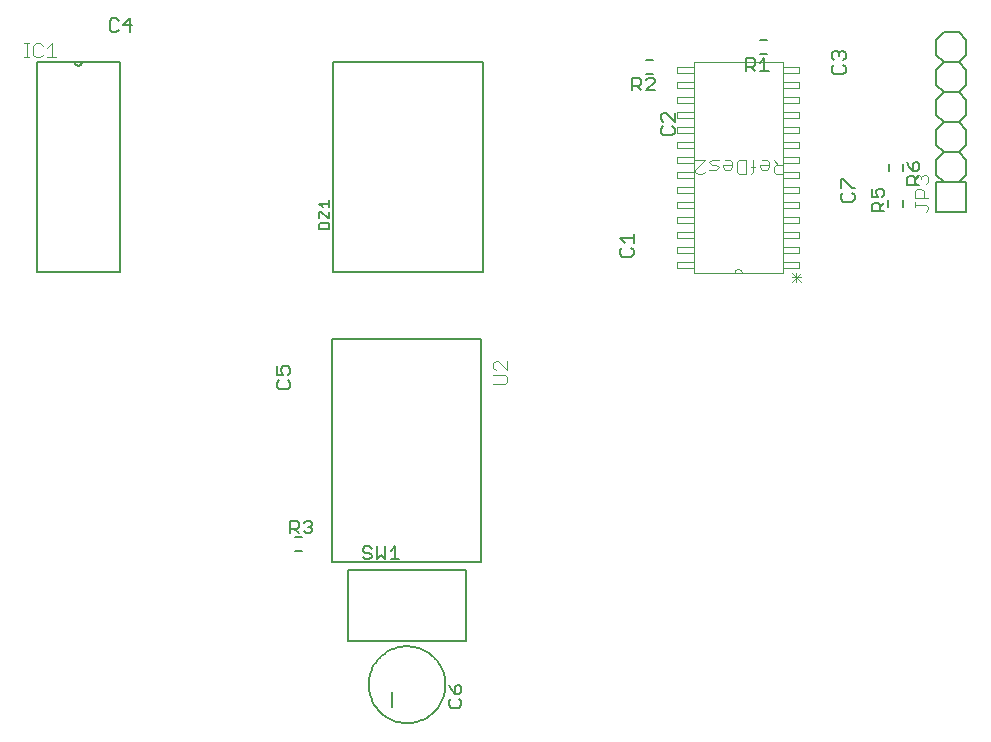
<source format=gto>
G75*
G70*
%OFA0B0*%
%FSLAX24Y24*%
%IPPOS*%
%LPD*%
%AMOC8*
5,1,8,0,0,1.08239X$1,22.5*
%
%ADD10C,0.0060*%
%ADD11C,0.0080*%
%ADD12C,0.0040*%
%ADD13C,0.0000*%
%ADD14C,0.0030*%
%ADD15C,0.0050*%
D10*
X016889Y009369D02*
X017125Y009369D01*
X017125Y009841D02*
X016889Y009841D01*
X018188Y018688D02*
X018188Y025672D01*
X023172Y025672D01*
X023172Y018688D01*
X018188Y018688D01*
X018050Y020105D02*
X017710Y020105D01*
X017710Y020275D01*
X017766Y020332D01*
X017993Y020332D01*
X018050Y020275D01*
X018050Y020105D01*
X018050Y020473D02*
X018050Y020700D01*
X018050Y020842D02*
X018050Y021069D01*
X018050Y020955D02*
X017710Y020955D01*
X017823Y020842D01*
X017766Y020700D02*
X017993Y020473D01*
X018050Y020473D01*
X017710Y020473D02*
X017710Y020700D01*
X017766Y020700D01*
X028617Y025286D02*
X028853Y025286D01*
X028853Y025759D02*
X028617Y025759D01*
X032412Y025936D02*
X032649Y025936D01*
X032649Y026408D02*
X032412Y026408D01*
X036694Y022298D02*
X036694Y022062D01*
X037166Y022062D02*
X037166Y022298D01*
X037156Y021097D02*
X037156Y020861D01*
X036684Y020861D02*
X036684Y021097D01*
D11*
X016747Y010391D02*
X016747Y009970D01*
X016747Y010110D02*
X016957Y010110D01*
X017027Y010180D01*
X017027Y010320D01*
X016957Y010391D01*
X016747Y010391D01*
X016887Y010110D02*
X017027Y009970D01*
X017207Y010040D02*
X017277Y009970D01*
X017417Y009970D01*
X017487Y010040D01*
X017487Y010110D01*
X017417Y010180D01*
X017347Y010180D01*
X017417Y010180D02*
X017487Y010250D01*
X017487Y010320D01*
X017417Y010391D01*
X017277Y010391D01*
X017207Y010320D01*
X019177Y009468D02*
X019177Y009398D01*
X019247Y009328D01*
X019387Y009328D01*
X019457Y009258D01*
X019457Y009188D01*
X019387Y009118D01*
X019247Y009118D01*
X019177Y009188D01*
X019177Y009468D02*
X019247Y009538D01*
X019387Y009538D01*
X019457Y009468D01*
X019637Y009538D02*
X019637Y009118D01*
X019777Y009258D01*
X019917Y009118D01*
X019917Y009538D01*
X020097Y009398D02*
X020238Y009538D01*
X020238Y009118D01*
X020378Y009118D02*
X020097Y009118D01*
X019361Y004928D02*
X019363Y004999D01*
X019369Y005070D01*
X019379Y005141D01*
X019393Y005210D01*
X019410Y005279D01*
X019432Y005347D01*
X019457Y005414D01*
X019486Y005479D01*
X019518Y005542D01*
X019554Y005604D01*
X019593Y005663D01*
X019636Y005720D01*
X019681Y005775D01*
X019730Y005827D01*
X019781Y005876D01*
X019835Y005922D01*
X019892Y005966D01*
X019950Y006006D01*
X020011Y006042D01*
X020074Y006076D01*
X020139Y006105D01*
X020205Y006131D01*
X020273Y006154D01*
X020341Y006172D01*
X020411Y006187D01*
X020481Y006198D01*
X020552Y006205D01*
X020623Y006208D01*
X020694Y006207D01*
X020765Y006202D01*
X020836Y006193D01*
X020906Y006180D01*
X020975Y006164D01*
X021043Y006143D01*
X021110Y006119D01*
X021176Y006091D01*
X021239Y006059D01*
X021301Y006024D01*
X021361Y005986D01*
X021419Y005944D01*
X021474Y005900D01*
X021527Y005852D01*
X021577Y005801D01*
X021624Y005748D01*
X021668Y005692D01*
X021709Y005634D01*
X021747Y005573D01*
X021781Y005511D01*
X021811Y005446D01*
X021838Y005381D01*
X021862Y005313D01*
X021881Y005245D01*
X021897Y005176D01*
X021909Y005105D01*
X021917Y005035D01*
X021921Y004964D01*
X021921Y004892D01*
X021917Y004821D01*
X021909Y004751D01*
X021897Y004680D01*
X021881Y004611D01*
X021862Y004543D01*
X021838Y004475D01*
X021811Y004410D01*
X021781Y004345D01*
X021747Y004283D01*
X021709Y004222D01*
X021668Y004164D01*
X021624Y004108D01*
X021577Y004055D01*
X021527Y004004D01*
X021474Y003956D01*
X021419Y003912D01*
X021361Y003870D01*
X021301Y003832D01*
X021239Y003797D01*
X021176Y003765D01*
X021110Y003737D01*
X021043Y003713D01*
X020975Y003692D01*
X020906Y003676D01*
X020836Y003663D01*
X020765Y003654D01*
X020694Y003649D01*
X020623Y003648D01*
X020552Y003651D01*
X020481Y003658D01*
X020411Y003669D01*
X020341Y003684D01*
X020273Y003702D01*
X020205Y003725D01*
X020139Y003751D01*
X020074Y003780D01*
X020011Y003814D01*
X019950Y003850D01*
X019892Y003890D01*
X019835Y003934D01*
X019781Y003980D01*
X019730Y004029D01*
X019681Y004081D01*
X019636Y004136D01*
X019593Y004193D01*
X019554Y004252D01*
X019518Y004314D01*
X019486Y004377D01*
X019457Y004442D01*
X019432Y004509D01*
X019410Y004577D01*
X019393Y004646D01*
X019379Y004715D01*
X019369Y004786D01*
X019363Y004857D01*
X019361Y004928D01*
X020141Y004678D02*
X020141Y004178D01*
X022030Y004238D02*
X022100Y004168D01*
X022381Y004168D01*
X022451Y004238D01*
X022451Y004378D01*
X022381Y004448D01*
X022381Y004628D02*
X022451Y004698D01*
X022451Y004839D01*
X022381Y004909D01*
X022311Y004909D01*
X022240Y004839D01*
X022240Y004628D01*
X022381Y004628D01*
X022240Y004628D02*
X022100Y004769D01*
X022030Y004909D01*
X022100Y004448D02*
X022030Y004378D01*
X022030Y004238D01*
X011067Y018677D02*
X008293Y018677D01*
X008293Y025683D01*
X011067Y025683D01*
X011067Y018677D01*
X009798Y025683D02*
X009796Y025663D01*
X009791Y025643D01*
X009782Y025624D01*
X009770Y025607D01*
X009756Y025593D01*
X009739Y025581D01*
X009720Y025572D01*
X009700Y025567D01*
X009680Y025565D01*
X009660Y025567D01*
X009640Y025572D01*
X009621Y025581D01*
X009604Y025593D01*
X009590Y025607D01*
X009578Y025624D01*
X009569Y025643D01*
X009564Y025663D01*
X009562Y025683D01*
X028154Y025158D02*
X028154Y024738D01*
X028154Y024878D02*
X028365Y024878D01*
X028435Y024948D01*
X028435Y025088D01*
X028365Y025158D01*
X028154Y025158D01*
X028294Y024878D02*
X028435Y024738D01*
X028615Y024738D02*
X028895Y025018D01*
X028895Y025088D01*
X028825Y025158D01*
X028685Y025158D01*
X028615Y025088D01*
X028615Y024738D02*
X028895Y024738D01*
X031950Y025387D02*
X031950Y025807D01*
X032160Y025807D01*
X032230Y025737D01*
X032230Y025597D01*
X032160Y025527D01*
X031950Y025527D01*
X032090Y025527D02*
X032230Y025387D01*
X032410Y025387D02*
X032690Y025387D01*
X032550Y025387D02*
X032550Y025807D01*
X032410Y025667D01*
X036135Y021460D02*
X036135Y021180D01*
X036345Y021180D01*
X036275Y021320D01*
X036275Y021390D01*
X036345Y021460D01*
X036485Y021460D01*
X036555Y021390D01*
X036555Y021250D01*
X036485Y021180D01*
X036555Y020999D02*
X036415Y020859D01*
X036415Y020929D02*
X036415Y020719D01*
X036555Y020719D02*
X036135Y020719D01*
X036135Y020929D01*
X036205Y020999D01*
X036345Y020999D01*
X036415Y020929D01*
X037295Y021599D02*
X037295Y021809D01*
X037365Y021879D01*
X037505Y021879D01*
X037575Y021809D01*
X037575Y021599D01*
X037715Y021599D02*
X037295Y021599D01*
X037575Y021739D02*
X037715Y021879D01*
X037645Y022060D02*
X037505Y022060D01*
X037505Y022270D01*
X037575Y022340D01*
X037645Y022340D01*
X037715Y022270D01*
X037715Y022130D01*
X037645Y022060D01*
X037505Y022060D02*
X037365Y022200D01*
X037295Y022340D01*
X038286Y022430D02*
X038286Y021930D01*
X038536Y021680D01*
X038286Y021680D01*
X038286Y020680D01*
X039286Y020680D01*
X039286Y021680D01*
X039036Y021680D01*
X038536Y021680D01*
X039036Y021680D02*
X039286Y021930D01*
X039286Y022430D01*
X039036Y022680D01*
X038536Y022680D01*
X038286Y022930D01*
X038286Y023430D01*
X038536Y023680D01*
X039036Y023680D01*
X039286Y023430D01*
X039286Y022930D01*
X039036Y022680D01*
X038536Y022680D02*
X038286Y022430D01*
X038536Y023680D02*
X038286Y023930D01*
X038286Y024430D01*
X038536Y024680D01*
X039036Y024680D01*
X039286Y024430D01*
X039286Y023930D01*
X039036Y023680D01*
X039036Y024680D02*
X039286Y024930D01*
X039286Y025430D01*
X039036Y025680D01*
X038536Y025680D01*
X038286Y025930D01*
X038286Y026430D01*
X038536Y026680D01*
X039036Y026680D01*
X039286Y026430D01*
X039286Y025930D01*
X039036Y025680D01*
X038536Y025680D02*
X038286Y025430D01*
X038286Y024930D01*
X038536Y024680D01*
D12*
X037940Y021928D02*
X038016Y021851D01*
X038016Y021698D01*
X037940Y021621D01*
X037786Y021774D02*
X037786Y021851D01*
X037863Y021928D01*
X037940Y021928D01*
X037786Y021851D02*
X037709Y021928D01*
X037633Y021928D01*
X037556Y021851D01*
X037556Y021698D01*
X037633Y021621D01*
X037633Y021467D02*
X037786Y021467D01*
X037863Y021391D01*
X037863Y021160D01*
X038016Y021160D02*
X037556Y021160D01*
X037556Y021391D01*
X037633Y021467D01*
X037556Y021007D02*
X037556Y020853D01*
X037556Y020930D02*
X037940Y020930D01*
X038016Y020853D01*
X038016Y020777D01*
X037940Y020700D01*
X023975Y015720D02*
X023975Y015413D01*
X023668Y015720D01*
X023591Y015720D01*
X023515Y015643D01*
X023515Y015490D01*
X023591Y015413D01*
X023515Y015259D02*
X023898Y015259D01*
X023975Y015183D01*
X023975Y015029D01*
X023898Y014952D01*
X023515Y014952D01*
X008953Y025846D02*
X008646Y025846D01*
X008800Y025846D02*
X008800Y026306D01*
X008646Y026153D01*
X008493Y026229D02*
X008416Y026306D01*
X008263Y026306D01*
X008186Y026229D01*
X008186Y025922D01*
X008263Y025846D01*
X008416Y025846D01*
X008493Y025922D01*
X008033Y025846D02*
X007879Y025846D01*
X007956Y025846D02*
X007956Y026306D01*
X007879Y026306D02*
X008033Y026306D01*
D13*
X029650Y025530D02*
X029650Y025330D01*
X030200Y025330D01*
X030200Y025530D01*
X029650Y025530D01*
X030200Y025700D02*
X030200Y018660D01*
X031560Y018660D01*
X031800Y018660D01*
X033160Y018660D01*
X033160Y025700D01*
X030200Y025700D01*
X030200Y025030D02*
X029650Y025030D01*
X029650Y024830D01*
X030200Y024830D01*
X030200Y025030D01*
X030200Y024530D02*
X029650Y024530D01*
X029650Y024330D01*
X030200Y024330D01*
X030200Y024530D01*
X030200Y024030D02*
X029650Y024030D01*
X029650Y023830D01*
X030200Y023830D01*
X030200Y024030D01*
X030200Y023530D02*
X029650Y023530D01*
X029650Y023330D01*
X030200Y023330D01*
X030200Y023530D01*
X030200Y023030D02*
X029650Y023030D01*
X029650Y022830D01*
X030200Y022830D01*
X030200Y023030D01*
X030200Y022530D02*
X029650Y022530D01*
X029650Y022330D01*
X030200Y022330D01*
X030200Y022530D01*
X030200Y022030D02*
X029650Y022030D01*
X029650Y021830D01*
X030200Y021830D01*
X030200Y022030D01*
X030200Y021530D02*
X029650Y021530D01*
X029650Y021330D01*
X030200Y021330D01*
X030200Y021530D01*
X030200Y021030D02*
X029650Y021030D01*
X029650Y020830D01*
X030200Y020830D01*
X030200Y021030D01*
X030200Y020530D02*
X029650Y020530D01*
X029650Y020330D01*
X030200Y020330D01*
X030200Y020530D01*
X030200Y020030D02*
X029650Y020030D01*
X029650Y019830D01*
X030200Y019830D01*
X030200Y020030D01*
X030200Y019530D02*
X029650Y019530D01*
X029650Y019330D01*
X030200Y019330D01*
X030200Y019530D01*
X030200Y019030D02*
X029650Y019030D01*
X029650Y018830D01*
X030200Y018830D01*
X030200Y019030D01*
X031560Y018660D02*
X031562Y018681D01*
X031567Y018701D01*
X031576Y018720D01*
X031588Y018737D01*
X031603Y018752D01*
X031620Y018764D01*
X031639Y018773D01*
X031659Y018778D01*
X031680Y018780D01*
X031701Y018778D01*
X031721Y018773D01*
X031740Y018764D01*
X031757Y018752D01*
X031772Y018737D01*
X031784Y018720D01*
X031793Y018701D01*
X031798Y018681D01*
X031800Y018660D01*
X033160Y018830D02*
X033710Y018830D01*
X033710Y019030D01*
X033160Y019030D01*
X033160Y018830D01*
X033160Y019330D02*
X033710Y019330D01*
X033710Y019530D01*
X033160Y019530D01*
X033160Y019330D01*
X033160Y019830D02*
X033710Y019830D01*
X033710Y020030D01*
X033160Y020030D01*
X033160Y019830D01*
X033160Y020330D02*
X033710Y020330D01*
X033710Y020530D01*
X033160Y020530D01*
X033160Y020330D01*
X033160Y020830D02*
X033710Y020830D01*
X033710Y021030D01*
X033160Y021030D01*
X033160Y020830D01*
X033160Y021330D02*
X033710Y021330D01*
X033710Y021530D01*
X033160Y021530D01*
X033160Y021330D01*
X033160Y021830D02*
X033710Y021830D01*
X033710Y022030D01*
X033160Y022030D01*
X033160Y021830D01*
X033160Y022330D02*
X033710Y022330D01*
X033710Y022530D01*
X033160Y022530D01*
X033160Y022330D01*
X033160Y022830D02*
X033710Y022830D01*
X033710Y023030D01*
X033160Y023030D01*
X033160Y022830D01*
X033160Y023330D02*
X033710Y023330D01*
X033710Y023530D01*
X033160Y023530D01*
X033160Y023330D01*
X033160Y023830D02*
X033710Y023830D01*
X033710Y024030D01*
X033160Y024030D01*
X033160Y023830D01*
X033160Y024330D02*
X033710Y024330D01*
X033710Y024530D01*
X033160Y024530D01*
X033160Y024330D01*
X033160Y024830D02*
X033710Y024830D01*
X033710Y025030D01*
X033160Y025030D01*
X033160Y024830D01*
X033160Y025330D02*
X033710Y025330D01*
X033710Y025530D01*
X033160Y025530D01*
X033160Y025330D01*
D14*
X033175Y022415D02*
X033175Y021945D01*
X032940Y021945D01*
X032861Y022023D01*
X032861Y022180D01*
X032940Y022258D01*
X033175Y022258D01*
X033018Y022258D02*
X032861Y022415D01*
X032715Y022337D02*
X032715Y022180D01*
X032636Y022101D01*
X032479Y022101D01*
X032401Y022180D01*
X032401Y022258D01*
X032715Y022258D01*
X032715Y022337D02*
X032636Y022415D01*
X032479Y022415D01*
X032176Y022415D02*
X032176Y022023D01*
X032097Y021945D01*
X031947Y021945D02*
X031712Y021945D01*
X031634Y022023D01*
X031634Y022337D01*
X031712Y022415D01*
X031947Y022415D01*
X031947Y021945D01*
X032097Y022180D02*
X032254Y022180D01*
X031487Y022180D02*
X031487Y022337D01*
X031408Y022415D01*
X031252Y022415D01*
X031173Y022258D02*
X031487Y022258D01*
X031487Y022180D02*
X031408Y022101D01*
X031252Y022101D01*
X031173Y022180D01*
X031173Y022258D01*
X031027Y022180D02*
X030948Y022101D01*
X030713Y022101D01*
X030566Y022023D02*
X030488Y021945D01*
X030331Y021945D01*
X030253Y022023D01*
X030253Y022101D01*
X030566Y022415D01*
X030253Y022415D01*
X030713Y022337D02*
X030791Y022258D01*
X030948Y022258D01*
X031027Y022180D01*
X031027Y022415D02*
X030791Y022415D01*
X030713Y022337D01*
X033461Y018667D02*
X033775Y018353D01*
X033618Y018353D02*
X033618Y018667D01*
X033775Y018667D02*
X033461Y018353D01*
X033461Y018510D02*
X033775Y018510D01*
D15*
X035182Y021028D02*
X035107Y021103D01*
X035107Y021253D01*
X035182Y021328D01*
X035107Y021488D02*
X035107Y021788D01*
X035182Y021788D01*
X035482Y021488D01*
X035557Y021488D01*
X035482Y021328D02*
X035557Y021253D01*
X035557Y021103D01*
X035482Y021028D01*
X035182Y021028D01*
X035187Y025284D02*
X034887Y025284D01*
X034812Y025359D01*
X034812Y025509D01*
X034887Y025584D01*
X034887Y025745D02*
X034812Y025820D01*
X034812Y025970D01*
X034887Y026045D01*
X034962Y026045D01*
X035037Y025970D01*
X035112Y026045D01*
X035187Y026045D01*
X035262Y025970D01*
X035262Y025820D01*
X035187Y025745D01*
X035187Y025584D02*
X035262Y025509D01*
X035262Y025359D01*
X035187Y025284D01*
X035037Y025895D02*
X035037Y025970D01*
X029558Y024002D02*
X029558Y023701D01*
X029258Y024002D01*
X029182Y024002D01*
X029107Y023926D01*
X029107Y023776D01*
X029182Y023701D01*
X029182Y023541D02*
X029107Y023466D01*
X029107Y023316D01*
X029182Y023241D01*
X029483Y023241D01*
X029558Y023316D01*
X029558Y023466D01*
X029483Y023541D01*
X028197Y019962D02*
X028197Y019661D01*
X028197Y019812D02*
X027747Y019812D01*
X027897Y019661D01*
X027822Y019501D02*
X027747Y019426D01*
X027747Y019276D01*
X027822Y019201D01*
X028122Y019201D01*
X028197Y019276D01*
X028197Y019426D01*
X028122Y019501D01*
X023095Y016453D02*
X018145Y016453D01*
X018145Y009003D01*
X023095Y009003D01*
X023095Y016453D01*
X016744Y015461D02*
X016744Y015311D01*
X016669Y015236D01*
X016519Y015236D02*
X016444Y015386D01*
X016444Y015461D01*
X016519Y015537D01*
X016669Y015537D01*
X016744Y015461D01*
X016519Y015236D02*
X016294Y015236D01*
X016294Y015537D01*
X016369Y015076D02*
X016294Y015001D01*
X016294Y014851D01*
X016369Y014776D01*
X016669Y014776D01*
X016744Y014851D01*
X016744Y015001D01*
X016669Y015076D01*
X018668Y008759D02*
X018668Y006397D01*
X022605Y006397D01*
X022605Y008759D01*
X018668Y008759D01*
X011410Y026690D02*
X011410Y027141D01*
X011185Y026916D01*
X011485Y026916D01*
X011025Y027066D02*
X010950Y027141D01*
X010800Y027141D01*
X010725Y027066D01*
X010725Y026765D01*
X010800Y026690D01*
X010950Y026690D01*
X011025Y026765D01*
M02*

</source>
